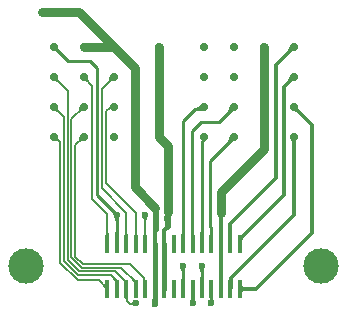
<source format=gbr>
%TF.GenerationSoftware,Altium Limited,Altium Designer,23.8.1 (32)*%
G04 Layer_Physical_Order=2*
G04 Layer_Color=16711680*
%FSLAX26Y26*%
%MOIN*%
%TF.SameCoordinates,B48688C3-A13A-492E-84A6-6931980A1D19*%
%TF.FilePolarity,Positive*%
%TF.FileFunction,Copper,L2,Bot,Signal*%
%TF.Part,Single*%
G01*
G75*
%TA.AperFunction,Conductor*%
%ADD19C,0.010000*%
%ADD20C,0.016000*%
%ADD21C,0.020000*%
%ADD22C,0.006786*%
%ADD23C,0.006786*%
%ADD24C,0.012000*%
%ADD25C,0.030000*%
%TA.AperFunction,ViaPad*%
%ADD27C,0.023622*%
%ADD28C,0.028000*%
%ADD29C,0.118110*%
%TA.AperFunction,SMDPad,CuDef*%
%ADD30R,0.015748X0.059055*%
G36*
X-385962Y730424D02*
X-385830Y729138D01*
X-385600Y727890D01*
X-385274Y726681D01*
X-384850Y725511D01*
X-384329Y724379D01*
X-383711Y723286D01*
X-382996Y722231D01*
X-382184Y721216D01*
X-381274Y720238D01*
X-388346Y713167D01*
X-389323Y714077D01*
X-390339Y714889D01*
X-391393Y715604D01*
X-392486Y716222D01*
X-393618Y716743D01*
X-394788Y717166D01*
X-395998Y717493D01*
X-397245Y717722D01*
X-398531Y717855D01*
X-399856Y717890D01*
X-385997Y731749D01*
X-385962Y730424D01*
D02*
G37*
G36*
X399864Y717890D02*
X398801Y717848D01*
X397741Y717702D01*
X396684Y717451D01*
X395630Y717095D01*
X394578Y716635D01*
X393529Y716069D01*
X392483Y715400D01*
X391440Y714625D01*
X390400Y713746D01*
X389362Y712762D01*
X380877Y721248D01*
X381861Y722285D01*
X382740Y723326D01*
X383514Y724369D01*
X384184Y725414D01*
X384749Y726463D01*
X385210Y727515D01*
X385565Y728569D01*
X385816Y729626D01*
X385963Y730686D01*
X386004Y731749D01*
X399864Y717890D01*
D02*
G37*
G36*
X-200136Y617890D02*
X-201881Y617866D01*
X-205075Y617572D01*
X-206523Y617302D01*
X-207873Y616949D01*
X-209124Y616513D01*
X-210277Y615995D01*
X-211330Y615394D01*
X-212285Y614711D01*
X-213141Y613946D01*
X-217940Y618744D01*
X-217174Y619600D01*
X-216491Y620555D01*
X-215890Y621609D01*
X-215372Y622761D01*
X-214937Y624012D01*
X-214584Y625362D01*
X-214313Y626811D01*
X-214125Y628358D01*
X-214019Y630004D01*
X-213996Y631749D01*
X-200136Y617890D01*
D02*
G37*
G36*
X-285974Y630004D02*
X-285680Y626811D01*
X-285409Y625362D01*
X-285056Y624012D01*
X-284620Y622761D01*
X-284102Y621609D01*
X-283502Y620555D01*
X-282819Y619600D01*
X-282053Y618744D01*
X-286851Y613946D01*
X-287707Y614711D01*
X-288662Y615394D01*
X-289716Y615995D01*
X-290868Y616513D01*
X-292119Y616949D01*
X-293469Y617302D01*
X-294918Y617572D01*
X-296465Y617761D01*
X-298111Y617866D01*
X-299856Y617890D01*
X-285997Y631749D01*
X-285974Y630004D01*
D02*
G37*
G36*
X-385974D02*
X-385680Y626811D01*
X-385409Y625362D01*
X-385056Y624012D01*
X-384620Y622761D01*
X-384102Y621609D01*
X-383502Y620555D01*
X-382819Y619600D01*
X-382053Y618744D01*
X-386851Y613946D01*
X-387707Y614711D01*
X-388662Y615394D01*
X-389716Y615995D01*
X-390868Y616513D01*
X-392119Y616949D01*
X-393469Y617302D01*
X-394918Y617572D01*
X-396465Y617761D01*
X-398111Y617866D01*
X-399856Y617890D01*
X-385997Y631749D01*
X-385974Y630004D01*
D02*
G37*
G36*
X399864Y617890D02*
X398801Y617848D01*
X397741Y617702D01*
X396684Y617451D01*
X395630Y617095D01*
X394578Y616635D01*
X393529Y616069D01*
X392483Y615400D01*
X391440Y614625D01*
X390400Y613746D01*
X389362Y612762D01*
X380877Y621248D01*
X381861Y622285D01*
X382740Y623326D01*
X383514Y624369D01*
X384184Y625414D01*
X384749Y626463D01*
X385210Y627515D01*
X385565Y628569D01*
X385816Y629626D01*
X385963Y630686D01*
X386004Y631749D01*
X399864Y617890D01*
D02*
G37*
G36*
X95646Y518585D02*
X94770Y518831D01*
X93730Y519052D01*
X91156Y519416D01*
X87923Y519676D01*
X79483Y519884D01*
X77748Y529884D01*
X79147Y529939D01*
X80428Y530103D01*
X81591Y530378D01*
X82637Y530762D01*
X83565Y531256D01*
X84376Y531859D01*
X85069Y532572D01*
X85645Y533396D01*
X86103Y534328D01*
X86444Y535371D01*
X95646Y518585D01*
D02*
G37*
G36*
X-300136Y517890D02*
X-301881Y517866D01*
X-305075Y517572D01*
X-306523Y517302D01*
X-307873Y516949D01*
X-309124Y516513D01*
X-310277Y515995D01*
X-311330Y515394D01*
X-312285Y514711D01*
X-313141Y513946D01*
X-317940Y518744D01*
X-317174Y519600D01*
X-316491Y520555D01*
X-315890Y521609D01*
X-315372Y522761D01*
X-314937Y524012D01*
X-314584Y525362D01*
X-314313Y526811D01*
X-314125Y528358D01*
X-314019Y530004D01*
X-313996Y531749D01*
X-300136Y517890D01*
D02*
G37*
G36*
X-385974Y530004D02*
X-385680Y526811D01*
X-385409Y525362D01*
X-385056Y524012D01*
X-384620Y522761D01*
X-384102Y521609D01*
X-383502Y520555D01*
X-382819Y519600D01*
X-382053Y518744D01*
X-386851Y513946D01*
X-387707Y514711D01*
X-388662Y515394D01*
X-389716Y515995D01*
X-390868Y516513D01*
X-392119Y516949D01*
X-393469Y517302D01*
X-394918Y517572D01*
X-396465Y517761D01*
X-398111Y517866D01*
X-399856Y517890D01*
X-385997Y531749D01*
X-385974Y530004D01*
D02*
G37*
G36*
X199864Y517890D02*
X198539Y517855D01*
X197253Y517722D01*
X196005Y517493D01*
X194796Y517166D01*
X193626Y516743D01*
X192494Y516222D01*
X191401Y515604D01*
X190346Y514889D01*
X189330Y514077D01*
X188353Y513167D01*
X181282Y520238D01*
X182191Y521216D01*
X183004Y522231D01*
X183719Y523286D01*
X184337Y524379D01*
X184858Y525511D01*
X185281Y526681D01*
X185608Y527890D01*
X185837Y529138D01*
X185970Y530424D01*
X186005Y531749D01*
X199864Y517890D01*
D02*
G37*
G36*
X414045Y530686D02*
X414191Y529626D01*
X414442Y528569D01*
X414798Y527515D01*
X415258Y526463D01*
X415823Y525414D01*
X416493Y524369D01*
X417267Y523326D01*
X418147Y522285D01*
X419130Y521248D01*
X410645Y512762D01*
X409608Y513746D01*
X408567Y514625D01*
X407524Y515400D01*
X406478Y516069D01*
X405429Y516635D01*
X404378Y517095D01*
X403324Y517451D01*
X402266Y517702D01*
X401207Y517848D01*
X400144Y517890D01*
X414003Y531749D01*
X414045Y530686D01*
D02*
G37*
G36*
X-385876Y432864D02*
X-384459Y428048D01*
X-383921Y426679D01*
X-383351Y425429D01*
X-382749Y424298D01*
X-382113Y423285D01*
X-381445Y422390D01*
X-380745Y421614D01*
X-384472Y415745D01*
X-385375Y416548D01*
X-386353Y417228D01*
X-387408Y417786D01*
X-388537Y418219D01*
X-389743Y418530D01*
X-391024Y418717D01*
X-392381Y418781D01*
X-393813Y418722D01*
X-395321Y418540D01*
X-396905Y418235D01*
X-386283Y434707D01*
X-385876Y432864D01*
D02*
G37*
G36*
X-300136Y417890D02*
X-301881Y417866D01*
X-305075Y417572D01*
X-306523Y417302D01*
X-307873Y416949D01*
X-309124Y416513D01*
X-310277Y415995D01*
X-311330Y415394D01*
X-312285Y414711D01*
X-313141Y413946D01*
X-317940Y418744D01*
X-317174Y419600D01*
X-316491Y420555D01*
X-315890Y421608D01*
X-315372Y422761D01*
X-314937Y424012D01*
X-314584Y425362D01*
X-314313Y426810D01*
X-314125Y428358D01*
X-314019Y430004D01*
X-313996Y431749D01*
X-300136Y417890D01*
D02*
G37*
G36*
X199864D02*
X198539Y417855D01*
X197253Y417722D01*
X196005Y417493D01*
X194796Y417166D01*
X193626Y416743D01*
X192494Y416222D01*
X191401Y415604D01*
X190346Y414889D01*
X189331Y414077D01*
X188353Y413167D01*
X181282Y420238D01*
X182191Y421215D01*
X183004Y422231D01*
X183719Y423286D01*
X184337Y424379D01*
X184858Y425511D01*
X185281Y426681D01*
X185608Y427890D01*
X185837Y429138D01*
X185970Y430424D01*
X186005Y431749D01*
X199864Y417890D01*
D02*
G37*
G36*
X409082Y421110D02*
X408436Y420257D01*
X407866Y419332D01*
X407372Y418335D01*
X406954Y417266D01*
X406612Y416125D01*
X406346Y414912D01*
X406156Y413626D01*
X406042Y412269D01*
X406004Y410840D01*
X394004D01*
X393966Y412269D01*
X393852Y413626D01*
X393662Y414912D01*
X393396Y416125D01*
X393054Y417266D01*
X392636Y418335D01*
X392142Y419332D01*
X391572Y420257D01*
X390926Y421110D01*
X390204Y421891D01*
X409804D01*
X409082Y421110D01*
D02*
G37*
G36*
X-197146Y185287D02*
X-196270Y184549D01*
X-195389Y183899D01*
X-194503Y183337D01*
X-193613Y182863D01*
X-192719Y182477D01*
X-191819Y182178D01*
X-190916Y181968D01*
X-190007Y181845D01*
X-189095Y181810D01*
X-200787Y170118D01*
X-200822Y171031D01*
X-200944Y171939D01*
X-201155Y172843D01*
X-201453Y173742D01*
X-201839Y174637D01*
X-202314Y175527D01*
X-202876Y176412D01*
X-203526Y177293D01*
X-204264Y178170D01*
X-205089Y179042D01*
X-198018Y186113D01*
X-197146Y185287D01*
D02*
G37*
G36*
X-181330Y160895D02*
X-181885Y160166D01*
X-182375Y159378D01*
X-182800Y158531D01*
X-183160Y157626D01*
X-183454Y156661D01*
X-183682Y155637D01*
X-183846Y154555D01*
X-183944Y153413D01*
X-183976Y152213D01*
X-193976D01*
X-194009Y153413D01*
X-194107Y154555D01*
X-194270Y155637D01*
X-194499Y156661D01*
X-194793Y157626D01*
X-195153Y158531D01*
X-195578Y159378D01*
X-196068Y160166D01*
X-196623Y160895D01*
X-197244Y161565D01*
X-180709D01*
X-181330Y160895D01*
D02*
G37*
G36*
X-87147Y160606D02*
X-87975Y159638D01*
X-88707Y158661D01*
X-89340Y157677D01*
X-89877Y156685D01*
X-90315Y155684D01*
X-90657Y154675D01*
X-90900Y153659D01*
X-91047Y152633D01*
X-91095Y151600D01*
X-97881D01*
X-97930Y152633D01*
X-98076Y153659D01*
X-98320Y154675D01*
X-98661Y155684D01*
X-99100Y156685D01*
X-99636Y157677D01*
X-100270Y158661D01*
X-101001Y159638D01*
X-101830Y160606D01*
X-102756Y161565D01*
X-86221D01*
X-87147Y160606D01*
D02*
G37*
G36*
X-9503Y168984D02*
X-9608Y167980D01*
X-9779Y164212D01*
X-10000Y138820D01*
X-30000D01*
X-30613Y169400D01*
X-9387D01*
X-9503Y168984D01*
D02*
G37*
G36*
X-18588Y122648D02*
X-19268Y122505D01*
X-19990Y122264D01*
X-20753Y121925D01*
X-21557Y121488D01*
X-22403Y120953D01*
X-23290Y120320D01*
X-25189Y118760D01*
X-26200Y117834D01*
X-27253Y116809D01*
X-35739Y125294D01*
X-34714Y126347D01*
X-32227Y129257D01*
X-31595Y130145D01*
X-31060Y130991D01*
X-30623Y131795D01*
X-30284Y132558D01*
X-30043Y133279D01*
X-29900Y133959D01*
X-18588Y122648D01*
D02*
G37*
G36*
X194994Y113931D02*
X195415Y107211D01*
X195608Y106131D01*
X195836Y105291D01*
X196099Y104691D01*
X196397Y104331D01*
X196730Y104211D01*
X181222D01*
X181556Y104331D01*
X181854Y104691D01*
X182117Y105291D01*
X182345Y106131D01*
X182538Y107211D01*
X182696Y108531D01*
X182906Y111891D01*
X182976Y116211D01*
X194976D01*
X194994Y113931D01*
D02*
G37*
G36*
X163498D02*
X163919Y107211D01*
X164112Y106131D01*
X164340Y105291D01*
X164603Y104691D01*
X164901Y104331D01*
X165234Y104211D01*
X149726D01*
X150060Y104331D01*
X150358Y104691D01*
X150621Y105291D01*
X150849Y106131D01*
X151042Y107211D01*
X151200Y108531D01*
X151410Y111891D01*
X151480Y116211D01*
X163480D01*
X163498Y113931D01*
D02*
G37*
G36*
X131012Y112311D02*
X131232Y109111D01*
X131425Y107811D01*
X131673Y106711D01*
X131976Y105811D01*
X132334Y105111D01*
X132747Y104611D01*
X133215Y104311D01*
X133738Y104211D01*
X118230D01*
X118754Y104311D01*
X119222Y104611D01*
X119635Y105111D01*
X119993Y105811D01*
X120296Y106711D01*
X120544Y107811D01*
X120736Y109111D01*
X120874Y110611D01*
X120984Y114211D01*
X130984D01*
X131012Y112311D01*
D02*
G37*
G36*
X99516D02*
X99736Y109111D01*
X99929Y107811D01*
X100177Y106711D01*
X100480Y105811D01*
X100838Y105111D01*
X101251Y104611D01*
X101719Y104311D01*
X102242Y104211D01*
X86734D01*
X87257Y104311D01*
X87726Y104611D01*
X88139Y105111D01*
X88497Y105811D01*
X88800Y106711D01*
X89048Y107811D01*
X89240Y109111D01*
X89378Y110611D01*
X89488Y114211D01*
X99488D01*
X99516Y112311D01*
D02*
G37*
G36*
X66852D02*
X67167Y109111D01*
X67442Y107811D01*
X67796Y106711D01*
X68229Y105811D01*
X68740Y105111D01*
X69330Y104611D01*
X69999Y104311D01*
X70746Y104211D01*
X55238D01*
X55537Y104311D01*
X55805Y104611D01*
X56041Y105111D01*
X56246Y105811D01*
X56419Y106711D01*
X56561Y107811D01*
X56750Y110611D01*
X56813Y114211D01*
X66813D01*
X66852Y112311D01*
D02*
G37*
G36*
X36524D02*
X36744Y109111D01*
X36937Y107811D01*
X37185Y106711D01*
X37487Y105811D01*
X37846Y105111D01*
X38259Y104611D01*
X38727Y104311D01*
X39250Y104211D01*
X23742D01*
X24265Y104311D01*
X24733Y104611D01*
X25147Y105111D01*
X25505Y105811D01*
X25808Y106711D01*
X26055Y107811D01*
X26248Y109111D01*
X26386Y110611D01*
X26496Y114211D01*
X36496D01*
X36524Y112311D01*
D02*
G37*
G36*
X-25479Y113931D02*
X-25058Y107211D01*
X-24865Y106131D01*
X-24637Y105291D01*
X-24373Y104691D01*
X-24075Y104331D01*
X-23742Y104211D01*
X-39250D01*
X-38917Y104331D01*
X-38619Y104691D01*
X-38356Y105291D01*
X-38127Y106131D01*
X-37935Y107211D01*
X-37777Y108531D01*
X-37566Y111891D01*
X-37496Y116211D01*
X-25496D01*
X-25479Y113931D01*
D02*
G37*
G36*
X-56975D02*
X-56554Y107211D01*
X-56361Y106131D01*
X-56133Y105291D01*
X-55870Y104691D01*
X-55571Y104331D01*
X-55238Y104211D01*
X-70746D01*
X-70413Y104331D01*
X-70115Y104691D01*
X-69852Y105291D01*
X-69624Y106131D01*
X-69431Y107211D01*
X-69273Y108531D01*
X-69062Y111891D01*
X-68992Y116211D01*
X-56992D01*
X-56975Y113931D01*
D02*
G37*
G36*
X-183949Y112311D02*
X-183728Y109111D01*
X-183536Y107811D01*
X-183288Y106711D01*
X-182985Y105811D01*
X-182627Y105111D01*
X-182214Y104611D01*
X-181746Y104311D01*
X-181222Y104211D01*
X-196730D01*
X-196207Y104311D01*
X-195739Y104611D01*
X-195326Y105111D01*
X-194968Y105811D01*
X-194665Y106711D01*
X-194417Y107811D01*
X-194224Y109111D01*
X-194087Y110611D01*
X-193976Y114211D01*
X-183976D01*
X-183949Y112311D01*
D02*
G37*
G36*
X-91061Y109684D02*
X-90960Y108510D01*
X-90790Y107474D01*
X-90553Y106577D01*
X-90247Y105817D01*
X-89874Y105195D01*
X-89433Y104712D01*
X-88924Y104367D01*
X-88347Y104160D01*
X-87703Y104091D01*
X-101274D01*
X-100629Y104160D01*
X-100052Y104367D01*
X-99543Y104712D01*
X-99102Y105195D01*
X-98729Y105817D01*
X-98424Y106577D01*
X-98186Y107474D01*
X-98017Y108510D01*
X-97915Y109684D01*
X-97881Y110996D01*
X-91095D01*
X-91061Y109684D01*
D02*
G37*
G36*
X-122558D02*
X-122456Y108510D01*
X-122286Y107474D01*
X-122049Y106577D01*
X-121743Y105817D01*
X-121370Y105195D01*
X-120929Y104712D01*
X-120420Y104367D01*
X-119843Y104160D01*
X-119199Y104091D01*
X-132770D01*
X-132125Y104160D01*
X-131548Y104367D01*
X-131040Y104712D01*
X-130599Y105195D01*
X-130225Y105817D01*
X-129920Y106577D01*
X-129683Y107474D01*
X-129513Y108510D01*
X-129411Y109684D01*
X-129377Y110996D01*
X-122591D01*
X-122558Y109684D01*
D02*
G37*
G36*
X-154054D02*
X-153952Y108510D01*
X-153782Y107474D01*
X-153545Y106577D01*
X-153239Y105817D01*
X-152866Y105195D01*
X-152425Y104712D01*
X-151916Y104367D01*
X-151339Y104160D01*
X-150695Y104091D01*
X-164266D01*
X-163621Y104160D01*
X-163044Y104367D01*
X-162536Y104712D01*
X-162095Y105195D01*
X-161721Y105817D01*
X-161416Y106577D01*
X-161179Y107474D01*
X-161009Y108510D01*
X-160907Y109684D01*
X-160873Y110996D01*
X-154088D01*
X-154054Y109684D01*
D02*
G37*
G36*
X-217046D02*
X-216944Y108510D01*
X-216774Y107474D01*
X-216537Y106577D01*
X-216231Y105817D01*
X-215858Y105195D01*
X-215417Y104712D01*
X-214908Y104367D01*
X-214331Y104160D01*
X-213687Y104091D01*
X-227258D01*
X-226613Y104160D01*
X-226037Y104367D01*
X-225528Y104712D01*
X-225087Y105195D01*
X-224713Y105817D01*
X-224408Y106577D01*
X-224171Y107474D01*
X-224001Y108510D01*
X-223899Y109684D01*
X-223865Y110996D01*
X-217080D01*
X-217046Y109684D01*
D02*
G37*
G36*
X240954Y103770D02*
X237970Y100702D01*
X231282Y92760D01*
X229808Y90533D01*
X228712Y88517D01*
X227994Y86711D01*
X227654Y85116D01*
X227691Y83731D01*
X228106Y82557D01*
X215939Y104091D01*
X216652Y103215D01*
X217584Y102724D01*
X218735Y102620D01*
X220104Y102902D01*
X221691Y103569D01*
X223498Y104623D01*
X225523Y106062D01*
X227766Y107888D01*
X232909Y112696D01*
X240954Y103770D01*
D02*
G37*
G36*
X164901Y45276D02*
X164603Y44916D01*
X164340Y44316D01*
X164112Y43476D01*
X163919Y42396D01*
X163761Y41076D01*
X163550Y37716D01*
X163480Y33396D01*
X151480D01*
X151463Y35676D01*
X151042Y42396D01*
X150849Y43476D01*
X150621Y44316D01*
X150358Y44916D01*
X150060Y45276D01*
X149726Y45396D01*
X165234D01*
X164901Y45276D01*
D02*
G37*
G36*
X102135Y-9105D02*
X101579Y-9834D01*
X101089Y-10622D01*
X100665Y-11469D01*
X100305Y-12374D01*
X100011Y-13339D01*
X99782Y-14363D01*
X99619Y-15445D01*
X99521Y-16587D01*
X99488Y-17787D01*
X89488D01*
X89456Y-16587D01*
X89358Y-15445D01*
X89194Y-14363D01*
X88965Y-13339D01*
X88671Y-12374D01*
X88312Y-11469D01*
X87887Y-10622D01*
X87397Y-9834D01*
X86841Y-9105D01*
X86221Y-8435D01*
X102756D01*
X102135Y-9105D01*
D02*
G37*
G36*
X39143D02*
X38587Y-9834D01*
X38097Y-10622D01*
X37672Y-11469D01*
X37313Y-12374D01*
X37019Y-13339D01*
X36790Y-14363D01*
X36627Y-15445D01*
X36529Y-16587D01*
X36496Y-17787D01*
X26496D01*
X26463Y-16587D01*
X26365Y-15445D01*
X26202Y-14363D01*
X25973Y-13339D01*
X25679Y-12374D01*
X25320Y-11469D01*
X24895Y-10622D01*
X24405Y-9834D01*
X23849Y-9105D01*
X23228Y-8435D01*
X39764D01*
X39143Y-9105D01*
D02*
G37*
G36*
X163498Y-35676D02*
X163919Y-42396D01*
X164112Y-43476D01*
X164340Y-44316D01*
X164603Y-44916D01*
X164901Y-45276D01*
X165234Y-45396D01*
X149726D01*
X150060Y-45276D01*
X150358Y-44916D01*
X150621Y-44316D01*
X150849Y-43476D01*
X151042Y-42396D01*
X151200Y-41076D01*
X151410Y-37716D01*
X151480Y-33396D01*
X163480D01*
X163498Y-35676D01*
D02*
G37*
G36*
X99516Y-37296D02*
X99736Y-40496D01*
X99929Y-41796D01*
X100177Y-42896D01*
X100480Y-43796D01*
X100838Y-44496D01*
X101251Y-44996D01*
X101719Y-45296D01*
X102242Y-45396D01*
X86734D01*
X87257Y-45296D01*
X87726Y-44996D01*
X88139Y-44496D01*
X88497Y-43796D01*
X88800Y-42896D01*
X89048Y-41796D01*
X89240Y-40496D01*
X89378Y-38996D01*
X89488Y-35396D01*
X99488D01*
X99516Y-37296D01*
D02*
G37*
G36*
X36524D02*
X36744Y-40496D01*
X36937Y-41796D01*
X37185Y-42896D01*
X37487Y-43796D01*
X37846Y-44496D01*
X38259Y-44996D01*
X38727Y-45296D01*
X39250Y-45396D01*
X23742D01*
X24265Y-45296D01*
X24733Y-44996D01*
X25147Y-44496D01*
X25505Y-43796D01*
X25808Y-42896D01*
X26055Y-41796D01*
X26248Y-40496D01*
X26386Y-38996D01*
X26496Y-35396D01*
X36496D01*
X36524Y-37296D01*
D02*
G37*
G36*
X196730Y-45396D02*
X184604Y-45516D01*
X184651Y-45452D01*
X184693Y-45260D01*
X184730Y-44942D01*
X184789Y-43923D01*
X184850Y-39150D01*
X196850D01*
X196730Y-45396D01*
D02*
G37*
G36*
X-94186Y-40794D02*
X-94001Y-42651D01*
X-93840Y-43406D01*
X-93632Y-44046D01*
X-93378Y-44571D01*
X-93077Y-44980D01*
X-92731Y-45274D01*
X-92338Y-45453D01*
X-91899Y-45516D01*
X-102242Y-45396D01*
X-102005Y-45339D01*
X-101793Y-45167D01*
X-101606Y-44882D01*
X-101444Y-44483D01*
X-101307Y-43970D01*
X-101195Y-43342D01*
X-101107Y-42601D01*
X-101007Y-40776D01*
X-100995Y-39692D01*
X-94209D01*
X-94186Y-40794D01*
D02*
G37*
G36*
X-195240Y-39915D02*
X-190701Y-43752D01*
X-189439Y-44593D01*
X-188302Y-45216D01*
X-187291Y-45619D01*
X-186404Y-45803D01*
X-185644Y-45769D01*
X-185008Y-45516D01*
X-196610Y-52866D01*
X-196144Y-52443D01*
X-195891Y-51901D01*
X-195850Y-51240D01*
X-196023Y-50460D01*
X-196408Y-49560D01*
X-197006Y-48540D01*
X-197817Y-47402D01*
X-198842Y-46144D01*
X-201529Y-43270D01*
X-197004Y-38198D01*
X-195240Y-39915D01*
D02*
G37*
G36*
X-132336Y-41953D02*
X-129827Y-44088D01*
X-128719Y-44868D01*
X-127711Y-45456D01*
X-126800Y-45852D01*
X-125988Y-46055D01*
X-125274Y-46067D01*
X-124659Y-45888D01*
X-124142Y-45516D01*
X-133618Y-54992D01*
X-133246Y-54475D01*
X-133066Y-53859D01*
X-133078Y-53146D01*
X-133282Y-52334D01*
X-133678Y-51423D01*
X-134266Y-50414D01*
X-135046Y-49307D01*
X-136017Y-48102D01*
X-138536Y-45396D01*
X-133738Y-40597D01*
X-132336Y-41953D01*
D02*
G37*
G36*
X-163832Y-41953D02*
X-161322Y-44088D01*
X-160215Y-44868D01*
X-159206Y-45456D01*
X-158296Y-45852D01*
X-157484Y-46055D01*
X-156770Y-46067D01*
X-156155Y-45888D01*
X-155637Y-45516D01*
X-165114Y-54992D01*
X-164742Y-54475D01*
X-164562Y-53860D01*
X-164575Y-53146D01*
X-164778Y-52334D01*
X-165174Y-51424D01*
X-165762Y-50415D01*
X-166542Y-49307D01*
X-167513Y-48102D01*
X-170033Y-45396D01*
X-165234Y-40597D01*
X-163832Y-41953D01*
D02*
G37*
G36*
X-228106Y-76645D02*
X-228156Y-75707D01*
X-228303Y-74764D01*
X-228549Y-73817D01*
X-228893Y-72865D01*
X-229336Y-71907D01*
X-229877Y-70945D01*
X-230516Y-69978D01*
X-231254Y-69007D01*
X-232090Y-68030D01*
X-233024Y-67049D01*
Y-57453D01*
X-232090Y-58338D01*
X-231254Y-59027D01*
X-230516Y-59518D01*
X-229877Y-59813D01*
X-229336Y-59912D01*
X-228893Y-59813D01*
X-228549Y-59518D01*
X-228303Y-59027D01*
X-228156Y-58338D01*
X-228106Y-57453D01*
Y-76645D01*
D02*
G37*
G36*
X228228Y-63943D02*
X228591Y-64963D01*
X229197Y-65863D01*
X230046Y-66643D01*
X231136Y-67303D01*
X232470Y-67843D01*
X234045Y-68263D01*
X235863Y-68563D01*
X237924Y-68743D01*
X240226Y-68803D01*
Y-80803D01*
X237924Y-80863D01*
X235863Y-81043D01*
X234045Y-81343D01*
X232470Y-81763D01*
X231136Y-82303D01*
X230046Y-82963D01*
X229197Y-83743D01*
X228591Y-84643D01*
X228228Y-85663D01*
X228106Y-86803D01*
Y-62803D01*
X228228Y-63943D01*
D02*
G37*
G36*
X-150371Y-104278D02*
X-150949Y-104482D01*
X-151458Y-104821D01*
X-151900Y-105296D01*
X-152273Y-105907D01*
X-152579Y-106654D01*
X-152816Y-107536D01*
X-152986Y-108554D01*
X-153088Y-109707D01*
X-153122Y-110997D01*
X-159908D01*
X-159942Y-109707D01*
X-160044Y-108554D01*
X-160214Y-107536D01*
X-160451Y-106654D01*
X-160756Y-105907D01*
X-161130Y-105296D01*
X-161571Y-104821D01*
X-162080Y-104482D01*
X-162656Y-104278D01*
X-163301Y-104211D01*
X-149726D01*
X-150371Y-104278D01*
D02*
G37*
G36*
X133215Y-104311D02*
X132747Y-104611D01*
X132334Y-105111D01*
X131976Y-105811D01*
X131673Y-106711D01*
X131425Y-107811D01*
X131283Y-108769D01*
X131507Y-109772D01*
X131801Y-110737D01*
X132161Y-111642D01*
X132585Y-112489D01*
X133076Y-113277D01*
X133631Y-114006D01*
X134252Y-114676D01*
X117717D01*
X118338Y-114006D01*
X118893Y-113277D01*
X119383Y-112489D01*
X119808Y-111642D01*
X120167Y-110737D01*
X120462Y-109772D01*
X120686Y-108769D01*
X120544Y-107811D01*
X120296Y-106711D01*
X119993Y-105811D01*
X119635Y-105111D01*
X119222Y-104611D01*
X118754Y-104311D01*
X118230Y-104211D01*
X133738D01*
X133215Y-104311D01*
D02*
G37*
G36*
X70223D02*
X69755Y-104611D01*
X69342Y-105111D01*
X68984Y-105811D01*
X68681Y-106711D01*
X68433Y-107811D01*
X68291Y-108769D01*
X68515Y-109772D01*
X68809Y-110737D01*
X69168Y-111642D01*
X69593Y-112489D01*
X70083Y-113277D01*
X70639Y-114006D01*
X71260Y-114676D01*
X54724D01*
X55345Y-114006D01*
X55901Y-113277D01*
X56391Y-112489D01*
X56816Y-111642D01*
X57175Y-110737D01*
X57469Y-109772D01*
X57694Y-108769D01*
X57551Y-107811D01*
X57304Y-106711D01*
X57001Y-105811D01*
X56643Y-105111D01*
X56230Y-104611D01*
X55761Y-104311D01*
X55238Y-104211D01*
X70746D01*
X70223Y-104311D01*
D02*
G37*
G36*
X-54724Y-116565D02*
X-71260D01*
X-71209Y-116445D01*
X-71163Y-116188D01*
X-71123Y-115794D01*
X-71035Y-113797D01*
X-70992Y-109224D01*
X-54992D01*
X-54724Y-116565D01*
D02*
G37*
G36*
X-132000Y-132621D02*
X-133140Y-131818D01*
X-135370Y-130465D01*
X-136459Y-129915D01*
X-137532Y-129450D01*
X-138589Y-129070D01*
X-139629Y-128774D01*
X-140651Y-128562D01*
X-141657Y-128435D01*
X-142647Y-128393D01*
X-143798Y-121607D01*
X-142733Y-121554D01*
X-141702Y-121395D01*
X-140704Y-121129D01*
X-139739Y-120758D01*
X-138807Y-120280D01*
X-137908Y-119696D01*
X-137043Y-119006D01*
X-136210Y-118210D01*
X-135411Y-117307D01*
X-134645Y-116299D01*
X-132000Y-132621D01*
D02*
G37*
D19*
X31496Y484396D02*
X71984Y524884D01*
X31496Y74803D02*
Y484396D01*
X61813Y452144D02*
X91386Y481717D01*
X61813Y75983D02*
Y452144D01*
X94488Y417031D02*
X96560Y419103D01*
X94488Y74803D02*
Y417031D01*
X96560Y428445D02*
X100004Y431889D01*
X96560Y419103D02*
Y428445D01*
X120000Y133535D02*
Y351885D01*
Y133535D02*
X125984Y127551D01*
X120000Y351885D02*
X200004Y431889D01*
X125984Y74803D02*
Y127551D01*
X-188976Y74803D02*
Y170000D01*
X-256125Y237148D02*
Y662324D01*
X-277191Y683390D02*
X-256125Y662324D01*
Y237148D02*
X-188976Y170000D01*
X71984Y524884D02*
X88128D01*
X91386Y481717D02*
X149832D01*
X200004Y531889D01*
X95133D02*
X100004D01*
X88128Y524884D02*
X95133Y531889D01*
X61813Y75983D02*
X62992Y74803D01*
X125984Y-123111D02*
Y-74803D01*
X62992Y-123111D02*
Y-74803D01*
X94488D02*
Y0D01*
X31496Y-74803D02*
Y0D01*
X-351497Y683390D02*
X-277191D01*
X-399996Y731889D02*
X-351497Y683390D01*
D20*
X-31496Y-74803D02*
Y74803D01*
X-62992Y-125000D02*
Y74803D01*
D21*
X-20000Y132548D02*
Y180000D01*
X-59996Y121051D02*
Y193226D01*
D22*
X-327559Y32559D02*
Y404326D01*
X-299996Y431889D01*
X-306668Y-5000D02*
X-174134D01*
X-125984Y-53150D01*
X-341785Y30118D02*
X-306668Y-5000D01*
X-301786Y6786D02*
X-144080D01*
X-97602Y-39692D01*
X-327559Y32559D02*
X-301786Y6786D01*
X-341785Y30118D02*
Y158746D01*
X-318136Y-30000D02*
X-210000D01*
X-365357Y17221D02*
X-318136Y-30000D01*
X-365357Y17221D02*
Y497249D01*
X-97602Y-71689D02*
Y-39692D01*
Y-71689D02*
X-94488Y-74803D01*
X-125984D02*
Y-53150D01*
X-341786Y158746D02*
X-341785D01*
X-318261Y-46542D02*
X-248733D01*
X-220472Y-74803D01*
X-377142Y12339D02*
X-318261Y-46542D01*
X-193458Y-70322D02*
X-188976Y-74803D01*
X-193458Y-70322D02*
Y-46542D01*
X-210000Y-30000D02*
X-193458Y-46542D01*
X-377142Y12339D02*
Y413213D01*
X-240000Y591885D02*
X-199996Y631889D01*
X-240000Y260620D02*
Y591885D01*
Y260620D02*
X-157480Y178100D01*
X-270990Y224387D02*
X-220472Y173869D01*
X-299996Y631889D02*
X-270990Y602883D01*
Y224387D02*
Y602883D01*
X-224818Y277731D02*
X-125984Y178897D01*
Y74803D02*
Y178897D01*
X-224818Y277731D02*
Y516711D01*
X-399996Y631889D02*
X-353571Y585464D01*
X-341786Y158746D02*
Y490100D01*
X-353571Y158746D02*
Y585464D01*
X-341786Y490100D02*
X-299996Y531889D01*
X-399996D02*
X-365357Y497249D01*
X-395818Y431889D02*
X-377142Y413213D01*
X-220472Y74803D02*
Y173869D01*
X-157480Y74803D02*
Y178100D01*
X-94488Y74803D02*
Y170000D01*
X-399996Y431889D02*
X-395818D01*
X-204055Y527830D02*
X-199996Y531889D01*
X-213699Y527830D02*
X-204055D01*
X-224818Y516711D02*
X-213699Y527830D01*
D23*
X-353571Y22103D02*
X-314683Y-16785D01*
X-353571Y22103D02*
Y158746D01*
X-353571D02*
X-353571D01*
X-314683Y-16785D02*
X-193844D01*
X-157480Y-53150D01*
Y-74803D02*
Y-53150D01*
Y-74803D02*
X-156515Y-75768D01*
Y-114510D02*
X-146025Y-125000D01*
X-126885D01*
X-156515Y-114510D02*
Y-75768D01*
X-126885Y-125000D02*
X-124996Y-123111D01*
D24*
X340242Y294130D02*
Y672127D01*
X188976Y142865D02*
X340242Y294130D01*
X188976Y74803D02*
Y142865D01*
X157344Y178292D02*
X157480Y178156D01*
Y-74803D02*
Y178156D01*
X-31496Y121051D02*
X-20000Y132548D01*
X-31496Y74803D02*
Y121051D01*
X-62992Y118056D02*
X-59996Y121051D01*
X-62992Y74803D02*
Y118056D01*
X220472Y91774D02*
Y96457D01*
X222346Y98331D01*
X366648Y237949D02*
Y277715D01*
X222346Y98331D02*
X227029D01*
X366648Y237949D01*
Y277715D02*
X366694Y277761D01*
Y598579D01*
X400004Y170004D02*
Y431860D01*
X190850Y-39150D02*
X400004Y170004D01*
X188976Y-74803D02*
X190850Y-72929D01*
Y-39150D01*
X360000Y10000D02*
Y10000D01*
X460004Y110004D01*
Y471889D01*
X275197Y-74803D02*
X360000Y10000D01*
X220472Y-74803D02*
X275197D01*
X366694Y598579D02*
X400004Y631889D01*
X340242Y672127D02*
X400004Y731889D01*
Y531889D02*
X460004Y471889D01*
D25*
X157344Y178292D02*
Y249230D01*
X300004Y391889D01*
X-20000Y180000D02*
Y401893D01*
X-49996Y431889D02*
X-20000Y401893D01*
X-61496Y193226D02*
Y194726D01*
X-129996Y263226D02*
X-61496Y194726D01*
X-129996Y263226D02*
Y661889D01*
X-199996Y731889D02*
X-199996D01*
X300004Y431889D02*
Y531889D01*
Y391889D02*
Y431889D01*
X-299996Y731889D02*
X-199996D01*
X-439996Y847439D02*
X-315546D01*
X-199996Y731889D01*
X-199996D02*
X-129996Y661889D01*
X-49996Y631889D02*
Y731889D01*
Y531889D02*
X-49996Y531889D01*
X-49996Y431889D02*
Y531889D01*
Y531889D02*
Y631889D01*
X-49996Y631889D01*
X-49996Y731889D02*
X-49996Y731889D01*
X300004Y631889D02*
Y731889D01*
Y531889D02*
Y631889D01*
D27*
X-62992Y-125000D02*
D03*
X-188976Y170000D02*
D03*
X-94488D02*
D03*
X94488Y0D02*
D03*
X31496D02*
D03*
X125984Y-123111D02*
D03*
X62992D02*
D03*
X-124996D02*
D03*
X-439996Y847439D02*
D03*
D28*
X-399996Y431889D02*
D03*
X-49996Y731889D02*
D03*
Y631889D02*
D03*
Y531889D02*
D03*
Y431889D02*
D03*
X300004Y731889D02*
D03*
X400004D02*
D03*
X100004Y431889D02*
D03*
X200004D02*
D03*
X400004D02*
D03*
X200004Y731889D02*
D03*
X100004Y531889D02*
D03*
X200004D02*
D03*
X100004Y731889D02*
D03*
X300004Y631889D02*
D03*
X400004D02*
D03*
Y531889D02*
D03*
X300004D02*
D03*
X200004Y631889D02*
D03*
X300004Y431889D02*
D03*
X100004Y631889D02*
D03*
X-199996Y431889D02*
D03*
X-299996D02*
D03*
Y531889D02*
D03*
X-399996Y731889D02*
D03*
Y631889D02*
D03*
X-299996D02*
D03*
X-199996D02*
D03*
Y531889D02*
D03*
X-399996D02*
D03*
X-299996Y731889D02*
D03*
X-199996D02*
D03*
D29*
X492126Y0D02*
D03*
X-492126D02*
D03*
D30*
X-31496Y74803D02*
D03*
Y-74803D02*
D03*
X0Y74803D02*
D03*
X-62992D02*
D03*
Y-74803D02*
D03*
X0D02*
D03*
X220472D02*
D03*
X125984Y74803D02*
D03*
X31496D02*
D03*
X220472D02*
D03*
X94488Y-74803D02*
D03*
X62992Y74803D02*
D03*
X157480D02*
D03*
X125984Y-74803D02*
D03*
X94488Y74803D02*
D03*
X157480Y-74803D02*
D03*
X188976Y74803D02*
D03*
Y-74803D02*
D03*
X62992D02*
D03*
X31496D02*
D03*
X-94488D02*
D03*
X-220472Y74803D02*
D03*
Y-74803D02*
D03*
X-188976Y74803D02*
D03*
Y-74803D02*
D03*
X-157480Y74803D02*
D03*
Y-74803D02*
D03*
X-125984Y74803D02*
D03*
Y-74803D02*
D03*
X-94488Y74803D02*
D03*
%TF.MD5,5c8d4e69c18befd5fa8cd910a332aab7*%
M02*

</source>
